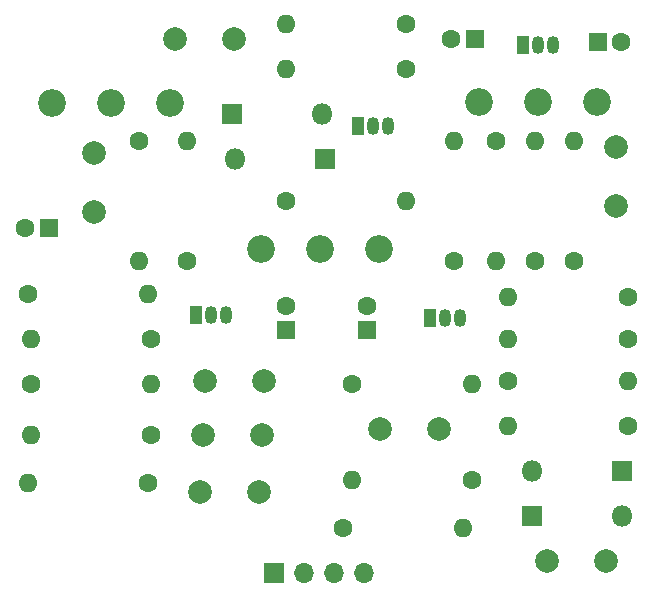
<source format=gbr>
%TF.GenerationSoftware,KiCad,Pcbnew,7.0.11+dfsg-1build4*%
%TF.CreationDate,2025-11-16T21:21:00-05:00*%
%TF.ProjectId,Distortion-01-BMP,44697374-6f72-4746-996f-6e2d30312d42,rev?*%
%TF.SameCoordinates,Original*%
%TF.FileFunction,Soldermask,Top*%
%TF.FilePolarity,Negative*%
%FSLAX46Y46*%
G04 Gerber Fmt 4.6, Leading zero omitted, Abs format (unit mm)*
G04 Created by KiCad (PCBNEW 7.0.11+dfsg-1build4) date 2025-11-16 21:21:00*
%MOMM*%
%LPD*%
G01*
G04 APERTURE LIST*
%ADD10R,1.600000X1.600000*%
%ADD11C,1.600000*%
%ADD12C,2.000000*%
%ADD13O,1.800000X1.800000*%
%ADD14R,1.800000X1.800000*%
%ADD15R,1.700000X1.700000*%
%ADD16O,1.700000X1.700000*%
%ADD17R,1.050000X1.500000*%
%ADD18O,1.050000X1.500000*%
%ADD19O,1.600000X1.600000*%
%ADD20C,2.340000*%
G04 APERTURE END LIST*
D10*
X150368000Y-53594000D03*
D11*
X152368000Y-53594000D03*
D12*
X151892000Y-62484000D03*
X151892000Y-67484000D03*
D10*
X139954000Y-53340000D03*
D11*
X137954000Y-53340000D03*
D10*
X130810000Y-77978000D03*
D11*
X130810000Y-75978000D03*
D12*
X146050000Y-97536000D03*
X151050000Y-97536000D03*
X136906000Y-86360000D03*
X131906000Y-86360000D03*
D10*
X123952000Y-77978000D03*
D11*
X123952000Y-75978000D03*
D12*
X117094000Y-82296000D03*
X122094000Y-82296000D03*
X121920000Y-86868000D03*
X116920000Y-86868000D03*
X121666000Y-91694000D03*
X116666000Y-91694000D03*
D10*
X103886000Y-69342000D03*
D11*
X101886000Y-69342000D03*
D13*
X152400000Y-93726000D03*
D14*
X144780000Y-93726000D03*
X152400000Y-89916000D03*
D13*
X144780000Y-89916000D03*
D14*
X127254000Y-63500000D03*
D13*
X119634000Y-63500000D03*
D14*
X119380000Y-59690000D03*
D13*
X127000000Y-59690000D03*
D15*
X122936000Y-98552000D03*
D16*
X125476000Y-98552000D03*
X128016000Y-98552000D03*
X130556000Y-98552000D03*
D17*
X144018000Y-53848000D03*
D18*
X145288000Y-53848000D03*
X146558000Y-53848000D03*
X138684000Y-76962000D03*
X137414000Y-76962000D03*
D17*
X136144000Y-76962000D03*
X130048000Y-60706000D03*
D18*
X131318000Y-60706000D03*
X132588000Y-60706000D03*
X118872000Y-76708000D03*
X117602000Y-76708000D03*
D17*
X116332000Y-76708000D03*
D11*
X138176000Y-72136000D03*
D19*
X138176000Y-61976000D03*
D11*
X141732000Y-61976000D03*
D19*
X141732000Y-72136000D03*
D11*
X145034000Y-72136000D03*
D19*
X145034000Y-61976000D03*
D11*
X148336000Y-72136000D03*
D19*
X148336000Y-61976000D03*
D11*
X152908000Y-75184000D03*
D19*
X142748000Y-75184000D03*
D11*
X152908000Y-78740000D03*
D19*
X142748000Y-78740000D03*
D11*
X142748000Y-82296000D03*
D19*
X152908000Y-82296000D03*
D11*
X152908000Y-86106000D03*
D19*
X142748000Y-86106000D03*
D11*
X129540000Y-82550000D03*
D19*
X139700000Y-82550000D03*
D11*
X139700000Y-90678000D03*
D19*
X129540000Y-90678000D03*
D11*
X128778000Y-94742000D03*
D19*
X138938000Y-94742000D03*
D11*
X115570000Y-72136000D03*
D19*
X115570000Y-61976000D03*
D11*
X134112000Y-55880000D03*
D19*
X123952000Y-55880000D03*
D11*
X134112000Y-52070000D03*
D19*
X123952000Y-52070000D03*
D11*
X111506000Y-61976000D03*
D19*
X111506000Y-72136000D03*
D11*
X112522000Y-86868000D03*
D19*
X102362000Y-86868000D03*
D11*
X102362000Y-82550000D03*
D19*
X112522000Y-82550000D03*
X102108000Y-90932000D03*
D11*
X112268000Y-90932000D03*
D19*
X112268000Y-74930000D03*
D11*
X102108000Y-74930000D03*
D19*
X102362000Y-78740000D03*
D11*
X112522000Y-78740000D03*
D20*
X150300000Y-58700000D03*
X145300000Y-58700000D03*
X140300000Y-58700000D03*
X131900000Y-71150000D03*
X126900000Y-71150000D03*
X121900000Y-71150000D03*
X114200000Y-58800000D03*
X109200000Y-58800000D03*
X104200000Y-58800000D03*
D19*
X134112000Y-67056000D03*
D11*
X123952000Y-67056000D03*
D12*
X119554000Y-53340000D03*
X114554000Y-53340000D03*
X107696000Y-67992000D03*
X107696000Y-62992000D03*
M02*

</source>
